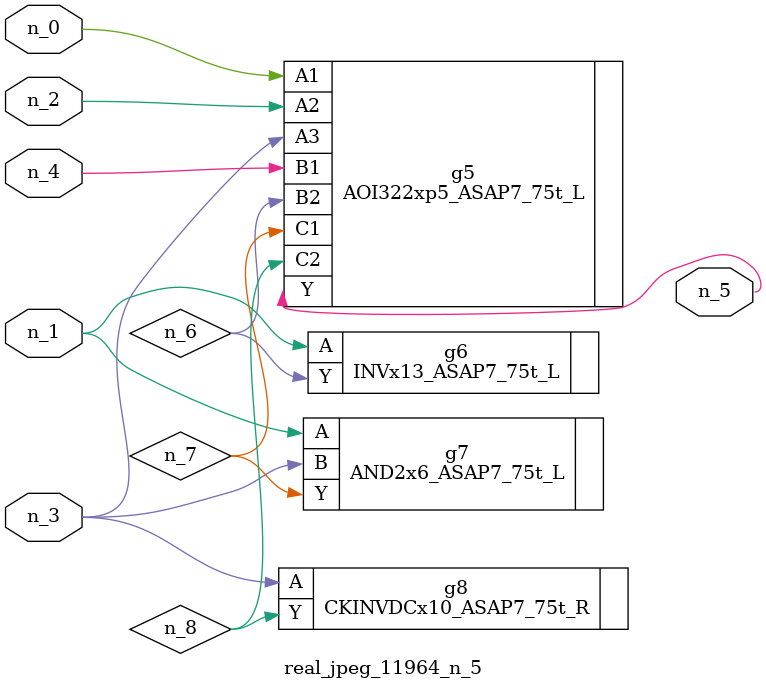
<source format=v>
module real_jpeg_11964_n_5 (n_4, n_0, n_1, n_2, n_3, n_5);

input n_4;
input n_0;
input n_1;
input n_2;
input n_3;

output n_5;

wire n_8;
wire n_6;
wire n_7;

AOI322xp5_ASAP7_75t_L g5 ( 
.A1(n_0),
.A2(n_2),
.A3(n_3),
.B1(n_4),
.B2(n_6),
.C1(n_7),
.C2(n_8),
.Y(n_5)
);

INVx13_ASAP7_75t_L g6 ( 
.A(n_1),
.Y(n_6)
);

AND2x6_ASAP7_75t_L g7 ( 
.A(n_1),
.B(n_3),
.Y(n_7)
);

CKINVDCx10_ASAP7_75t_R g8 ( 
.A(n_3),
.Y(n_8)
);


endmodule
</source>
